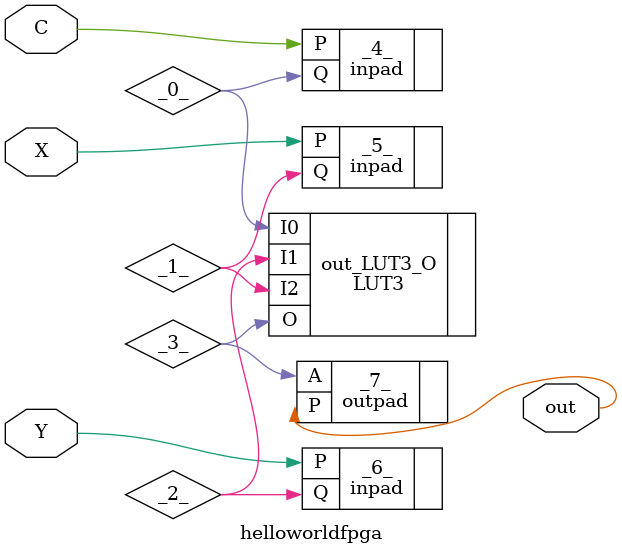
<source format=v>
/* Generated by Yosys 0.9+2406 (git sha1 ca763e6d5, gcc 12.2.0-14+deb12u1 -fPIC -Os) */

(* top =  1  *)
(* src = "/root/digital-design/vaman/fpga/assignment/assignment.v:2.1-15.10" *)
module helloworldfpga(X, Y, C, out);
  wire _0_;
  wire _1_;
  wire _2_;
  wire _3_;
  (* src = "/root/digital-design/vaman/fpga/assignment/assignment.v:6.23-6.24" *)
  input C;
  (* src = "/root/digital-design/vaman/fpga/assignment/assignment.v:4.23-4.24" *)
  input X;
  (* src = "/root/digital-design/vaman/fpga/assignment/assignment.v:5.23-5.24" *)
  input Y;
  (* src = "/root/digital-design/vaman/fpga/assignment/assignment.v:7.24-7.27" *)
  output out;
  (* keep = 32'd1 *)
  inpad #(
    .IO_LOC("X24Y3"),
    .IO_PAD("59"),
    .IO_TYPE("BIDIR")
  ) _4_ (
    .P(C),
    .Q(_0_)
  );
  (* keep = 32'd1 *)
  inpad #(
    .IO_LOC("X14Y3"),
    .IO_PAD("64"),
    .IO_TYPE("BIDIR")
  ) _5_ (
    .P(X),
    .Q(_1_)
  );
  (* keep = 32'd1 *)
  inpad #(
    .IO_LOC("X16Y3"),
    .IO_PAD("62"),
    .IO_TYPE("BIDIR")
  ) _6_ (
    .P(Y),
    .Q(_2_)
  );
  (* keep = 32'd1 *)
  outpad #(
    .IO_LOC("X26Y3"),
    .IO_PAD("57"),
    .IO_TYPE("BIDIR")
  ) _7_ (
    .A(_3_),
    .P(out)
  );
  (* module_not_derived = 32'd1 *)
  (* src = "/root/symbiflow/bin/../share/yosys/quicklogic/pp3_lut_map.v:36.63-36.121" *)
  LUT3 #(
    .EQN("(~I0*I1*~I2)+(I0*I1*~I2)+(I0*~I1*I2)+(~I0*I1*I2)"),
    .INIT(9'h0d8)
  ) out_LUT3_O (
    .I0(_0_),
    .I1(_2_),
    .I2(_1_),
    .O(_3_)
  );
endmodule

</source>
